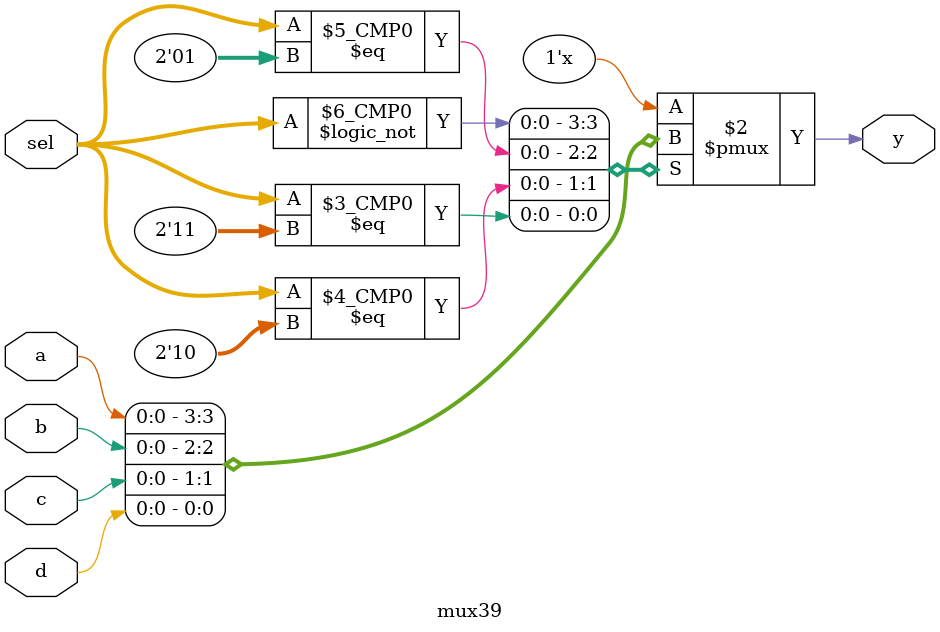
<source format=v>
module mux39 (input [3:0] a, b, c, d,
                               input [1:0] sel,
                               output reg y);

    always @(*) begin
        case(sel)
            2'b00: y = a;
            2'b01: y = b;
            2'b10: y = c;
            2'b11: y = d;
        endcase
    end
    

endmodule

</source>
